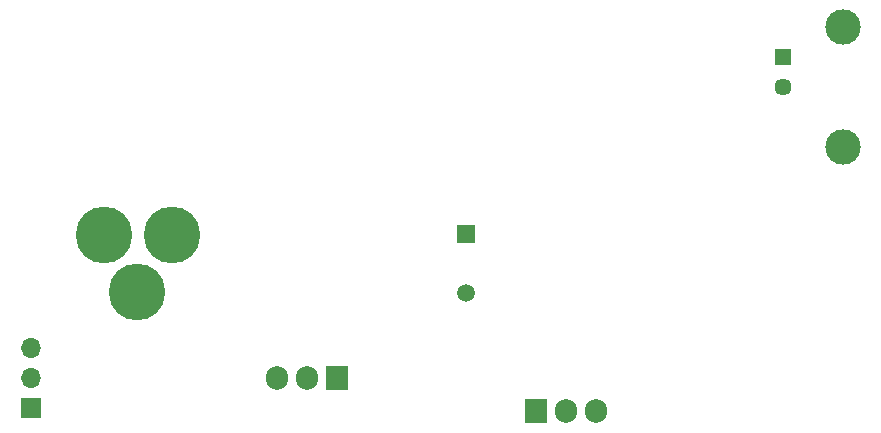
<source format=gbr>
%TF.GenerationSoftware,KiCad,Pcbnew,8.0.3-8.0.3-0~ubuntu23.10.1*%
%TF.CreationDate,2024-11-21T20:35:23-05:00*%
%TF.ProjectId,28mhz_class_e_amplifier_for_pi,32386d68-7a5f-4636-9c61-73735f655f61,alpha*%
%TF.SameCoordinates,Original*%
%TF.FileFunction,Soldermask,Bot*%
%TF.FilePolarity,Negative*%
%FSLAX46Y46*%
G04 Gerber Fmt 4.6, Leading zero omitted, Abs format (unit mm)*
G04 Created by KiCad (PCBNEW 8.0.3-8.0.3-0~ubuntu23.10.1) date 2024-11-21 20:35:23*
%MOMM*%
%LPD*%
G01*
G04 APERTURE LIST*
%ADD10C,4.800000*%
%ADD11C,3.000000*%
%ADD12C,1.446000*%
%ADD13R,1.446000X1.446000*%
%ADD14O,1.905000X2.000000*%
%ADD15R,1.905000X2.000000*%
%ADD16C,1.500000*%
%ADD17R,1.500000X1.500000*%
%ADD18O,1.700000X1.700000*%
%ADD19R,1.700000X1.700000*%
G04 APERTURE END LIST*
D10*
%TO.C,J2*%
X117309500Y-90350000D03*
X114509500Y-85550000D03*
X120309500Y-85550000D03*
%TD*%
D11*
%TO.C,J1*%
X177080000Y-78120000D03*
X177080000Y-67960000D03*
D12*
X172000000Y-73040000D03*
D13*
X172000000Y-70500000D03*
%TD*%
D14*
%TO.C,U2*%
X129160000Y-97655000D03*
X131700000Y-97655000D03*
D15*
X134240000Y-97655000D03*
%TD*%
D16*
%TO.C,L1*%
X145200000Y-90425000D03*
D17*
X145200000Y-85425000D03*
%TD*%
D14*
%TO.C,M1*%
X156180000Y-100425000D03*
D15*
X151100000Y-100425000D03*
D14*
X153640000Y-100425000D03*
%TD*%
D18*
%TO.C,J3*%
X108350000Y-95075000D03*
X108350000Y-97615000D03*
D19*
X108350000Y-100155000D03*
%TD*%
M02*

</source>
